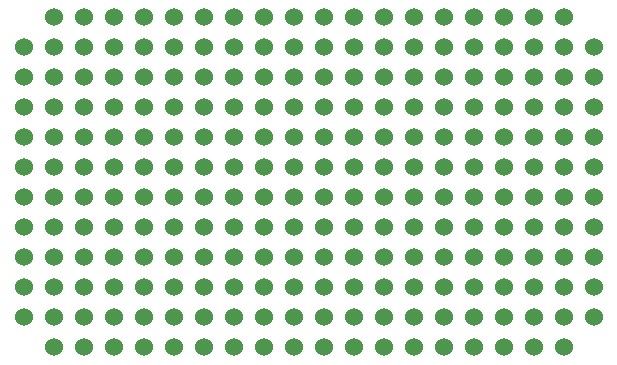
<source format=gbr>
G04 #@! TF.GenerationSoftware,KiCad,Pcbnew,(5.0.0)*
G04 #@! TF.CreationDate,2018-12-09T19:24:41+09:00*
G04 #@! TF.ProjectId,PocketBeagle,506F636B6574426561676C652E6B6963,rev?*
G04 #@! TF.SameCoordinates,Original*
G04 #@! TF.FileFunction,Copper,L4,Bot,Signal*
G04 #@! TF.FilePolarity,Positive*
%FSLAX46Y46*%
G04 Gerber Fmt 4.6, Leading zero omitted, Abs format (unit mm)*
G04 Created by KiCad (PCBNEW (5.0.0)) date 12/09/18 19:24:41*
%MOMM*%
%LPD*%
G01*
G04 APERTURE LIST*
G04 #@! TA.AperFunction,ComponentPad*
%ADD10C,1.524000*%
G04 #@! TD*
G04 APERTURE END LIST*
D10*
G04 #@! TO.P,J1,36*
G04 #@! TO.N,Net-(J1-Pad36)*
X170180000Y-116840000D03*
G04 #@! TO.P,J1,35*
G04 #@! TO.N,Net-(J1-Pad35)*
X170180000Y-119380000D03*
G04 #@! TO.P,J1,34*
G04 #@! TO.N,Net-(J1-Pad34)*
X167640000Y-116840000D03*
G04 #@! TO.P,J1,33*
G04 #@! TO.N,Net-(J1-Pad33)*
X167640000Y-119380000D03*
G04 #@! TO.P,J1,32*
G04 #@! TO.N,Net-(J1-Pad32)*
X165100000Y-116840000D03*
G04 #@! TO.P,J1,31*
G04 #@! TO.N,Net-(J1-Pad31)*
X165100000Y-119380000D03*
G04 #@! TO.P,J1,30*
G04 #@! TO.N,Net-(J1-Pad30)*
X162560000Y-116840000D03*
G04 #@! TO.P,J1,29*
G04 #@! TO.N,Net-(J1-Pad29)*
X162560000Y-119380000D03*
G04 #@! TO.P,J1,28*
G04 #@! TO.N,Net-(J1-Pad28)*
X160020000Y-116840000D03*
G04 #@! TO.P,J1,27*
G04 #@! TO.N,Net-(J1-Pad27)*
X160020000Y-119380000D03*
G04 #@! TO.P,J1,26*
G04 #@! TO.N,Net-(J1-Pad26)*
X157480000Y-116840000D03*
G04 #@! TO.P,J1,25*
G04 #@! TO.N,Net-(J1-Pad25)*
X157480000Y-119380000D03*
G04 #@! TO.P,J1,24*
G04 #@! TO.N,Net-(J1-Pad24)*
X154940000Y-116840000D03*
G04 #@! TO.P,J1,23*
G04 #@! TO.N,Net-(J1-Pad23)*
X154940000Y-119380000D03*
G04 #@! TO.P,J1,22*
G04 #@! TO.N,Net-(J1-Pad22)*
X152400000Y-116840000D03*
G04 #@! TO.P,J1,21*
G04 #@! TO.N,Net-(J1-Pad21)*
X152400000Y-119380000D03*
G04 #@! TO.P,J1,20*
G04 #@! TO.N,Net-(J1-Pad20)*
X149860000Y-116840000D03*
G04 #@! TO.P,J1,19*
G04 #@! TO.N,Net-(J1-Pad19)*
X149860000Y-119380000D03*
G04 #@! TO.P,J1,18*
G04 #@! TO.N,Net-(J1-Pad18)*
X147320000Y-116840000D03*
G04 #@! TO.P,J1,17*
G04 #@! TO.N,Net-(J1-Pad17)*
X147320000Y-119380000D03*
G04 #@! TO.P,J1,16*
G04 #@! TO.N,Net-(J1-Pad16)*
X144780000Y-116840000D03*
G04 #@! TO.P,J1,15*
G04 #@! TO.N,Net-(J1-Pad15)*
X144780000Y-119380000D03*
G04 #@! TO.P,J1,14*
G04 #@! TO.N,Net-(J1-Pad14)*
X142240000Y-116840000D03*
G04 #@! TO.P,J1,13*
G04 #@! TO.N,Net-(J1-Pad13)*
X142240000Y-119380000D03*
G04 #@! TO.P,J1,12*
G04 #@! TO.N,Net-(J1-Pad12)*
X139700000Y-116840000D03*
G04 #@! TO.P,J1,11*
G04 #@! TO.N,Net-(J1-Pad11)*
X139700000Y-119380000D03*
G04 #@! TO.P,J1,10*
G04 #@! TO.N,Net-(J1-Pad10)*
X137160000Y-116840000D03*
G04 #@! TO.P,J1,9*
G04 #@! TO.N,Net-(J1-Pad9)*
X137160000Y-119380000D03*
G04 #@! TO.P,J1,8*
G04 #@! TO.N,Net-(J1-Pad8)*
X134620000Y-116840000D03*
G04 #@! TO.P,J1,7*
G04 #@! TO.N,Net-(J1-Pad7)*
X134620000Y-119380000D03*
G04 #@! TO.P,J1,6*
G04 #@! TO.N,Net-(J1-Pad6)*
X132080000Y-116840000D03*
G04 #@! TO.P,J1,5*
G04 #@! TO.N,Net-(J1-Pad5)*
X132080000Y-119380000D03*
G04 #@! TO.P,J1,4*
G04 #@! TO.N,Net-(J1-Pad4)*
X129540000Y-116840000D03*
G04 #@! TO.P,J1,3*
G04 #@! TO.N,Net-(J1-Pad3)*
X129540000Y-119380000D03*
G04 #@! TO.P,J1,2*
G04 #@! TO.N,Net-(J1-Pad2)*
X127000000Y-116840000D03*
G04 #@! TO.P,J1,1*
G04 #@! TO.N,Net-(J1-Pad1)*
X127000000Y-119380000D03*
G04 #@! TD*
G04 #@! TO.P,J2,1*
G04 #@! TO.N,Net-(J1-Pad1)*
X127000000Y-114300000D03*
G04 #@! TO.P,J2,2*
G04 #@! TO.N,Net-(J1-Pad2)*
X127000000Y-111760000D03*
G04 #@! TO.P,J2,3*
G04 #@! TO.N,Net-(J1-Pad3)*
X129540000Y-114300000D03*
G04 #@! TO.P,J2,4*
G04 #@! TO.N,Net-(J1-Pad4)*
X129540000Y-111760000D03*
G04 #@! TO.P,J2,5*
G04 #@! TO.N,Net-(J1-Pad5)*
X132080000Y-114300000D03*
G04 #@! TO.P,J2,6*
G04 #@! TO.N,Net-(J1-Pad6)*
X132080000Y-111760000D03*
G04 #@! TO.P,J2,7*
G04 #@! TO.N,Net-(J1-Pad7)*
X134620000Y-114300000D03*
G04 #@! TO.P,J2,8*
G04 #@! TO.N,Net-(J1-Pad8)*
X134620000Y-111760000D03*
G04 #@! TO.P,J2,9*
G04 #@! TO.N,Net-(J1-Pad9)*
X137160000Y-114300000D03*
G04 #@! TO.P,J2,10*
G04 #@! TO.N,Net-(J1-Pad10)*
X137160000Y-111760000D03*
G04 #@! TO.P,J2,11*
G04 #@! TO.N,Net-(J1-Pad11)*
X139700000Y-114300000D03*
G04 #@! TO.P,J2,12*
G04 #@! TO.N,Net-(J1-Pad12)*
X139700000Y-111760000D03*
G04 #@! TO.P,J2,13*
G04 #@! TO.N,Net-(J1-Pad13)*
X142240000Y-114300000D03*
G04 #@! TO.P,J2,14*
G04 #@! TO.N,Net-(J1-Pad14)*
X142240000Y-111760000D03*
G04 #@! TO.P,J2,15*
G04 #@! TO.N,Net-(J1-Pad15)*
X144780000Y-114300000D03*
G04 #@! TO.P,J2,16*
G04 #@! TO.N,Net-(J1-Pad16)*
X144780000Y-111760000D03*
G04 #@! TO.P,J2,17*
G04 #@! TO.N,Net-(J1-Pad17)*
X147320000Y-114300000D03*
G04 #@! TO.P,J2,18*
G04 #@! TO.N,Net-(J1-Pad18)*
X147320000Y-111760000D03*
G04 #@! TO.P,J2,19*
G04 #@! TO.N,Net-(J1-Pad19)*
X149860000Y-114300000D03*
G04 #@! TO.P,J2,20*
G04 #@! TO.N,Net-(J1-Pad20)*
X149860000Y-111760000D03*
G04 #@! TO.P,J2,21*
G04 #@! TO.N,Net-(J1-Pad21)*
X152400000Y-114300000D03*
G04 #@! TO.P,J2,22*
G04 #@! TO.N,Net-(J1-Pad22)*
X152400000Y-111760000D03*
G04 #@! TO.P,J2,23*
G04 #@! TO.N,Net-(J1-Pad23)*
X154940000Y-114300000D03*
G04 #@! TO.P,J2,24*
G04 #@! TO.N,Net-(J1-Pad24)*
X154940000Y-111760000D03*
G04 #@! TO.P,J2,25*
G04 #@! TO.N,Net-(J1-Pad25)*
X157480000Y-114300000D03*
G04 #@! TO.P,J2,26*
G04 #@! TO.N,Net-(J1-Pad26)*
X157480000Y-111760000D03*
G04 #@! TO.P,J2,27*
G04 #@! TO.N,Net-(J1-Pad27)*
X160020000Y-114300000D03*
G04 #@! TO.P,J2,28*
G04 #@! TO.N,Net-(J1-Pad28)*
X160020000Y-111760000D03*
G04 #@! TO.P,J2,29*
G04 #@! TO.N,Net-(J1-Pad29)*
X162560000Y-114300000D03*
G04 #@! TO.P,J2,30*
G04 #@! TO.N,Net-(J1-Pad30)*
X162560000Y-111760000D03*
G04 #@! TO.P,J2,31*
G04 #@! TO.N,Net-(J1-Pad31)*
X165100000Y-114300000D03*
G04 #@! TO.P,J2,32*
G04 #@! TO.N,Net-(J1-Pad32)*
X165100000Y-111760000D03*
G04 #@! TO.P,J2,33*
G04 #@! TO.N,Net-(J1-Pad33)*
X167640000Y-114300000D03*
G04 #@! TO.P,J2,34*
G04 #@! TO.N,Net-(J1-Pad34)*
X167640000Y-111760000D03*
G04 #@! TO.P,J2,35*
G04 #@! TO.N,Net-(J1-Pad35)*
X170180000Y-114300000D03*
G04 #@! TO.P,J2,36*
G04 #@! TO.N,Net-(J1-Pad36)*
X170180000Y-111760000D03*
G04 #@! TD*
G04 #@! TO.P,J3,1*
G04 #@! TO.N,Net-(J3-Pad1)*
X127000000Y-93980000D03*
G04 #@! TO.P,J3,2*
G04 #@! TO.N,Net-(J3-Pad2)*
X127000000Y-91440000D03*
G04 #@! TO.P,J3,3*
G04 #@! TO.N,Net-(J3-Pad3)*
X129540000Y-93980000D03*
G04 #@! TO.P,J3,4*
G04 #@! TO.N,Net-(J3-Pad4)*
X129540000Y-91440000D03*
G04 #@! TO.P,J3,5*
G04 #@! TO.N,Net-(J3-Pad5)*
X132080000Y-93980000D03*
G04 #@! TO.P,J3,6*
G04 #@! TO.N,Net-(J3-Pad6)*
X132080000Y-91440000D03*
G04 #@! TO.P,J3,7*
G04 #@! TO.N,Net-(J3-Pad7)*
X134620000Y-93980000D03*
G04 #@! TO.P,J3,8*
G04 #@! TO.N,Net-(J3-Pad8)*
X134620000Y-91440000D03*
G04 #@! TO.P,J3,9*
G04 #@! TO.N,Net-(J3-Pad9)*
X137160000Y-93980000D03*
G04 #@! TO.P,J3,10*
G04 #@! TO.N,Net-(J3-Pad10)*
X137160000Y-91440000D03*
G04 #@! TO.P,J3,11*
G04 #@! TO.N,Net-(J3-Pad11)*
X139700000Y-93980000D03*
G04 #@! TO.P,J3,12*
G04 #@! TO.N,Net-(J3-Pad12)*
X139700000Y-91440000D03*
G04 #@! TO.P,J3,13*
G04 #@! TO.N,Net-(J3-Pad13)*
X142240000Y-93980000D03*
G04 #@! TO.P,J3,14*
G04 #@! TO.N,Net-(J3-Pad14)*
X142240000Y-91440000D03*
G04 #@! TO.P,J3,15*
G04 #@! TO.N,Net-(J3-Pad15)*
X144780000Y-93980000D03*
G04 #@! TO.P,J3,16*
G04 #@! TO.N,Net-(J3-Pad16)*
X144780000Y-91440000D03*
G04 #@! TO.P,J3,17*
G04 #@! TO.N,Net-(J3-Pad17)*
X147320000Y-93980000D03*
G04 #@! TO.P,J3,18*
G04 #@! TO.N,Net-(J3-Pad18)*
X147320000Y-91440000D03*
G04 #@! TO.P,J3,19*
G04 #@! TO.N,Net-(J3-Pad19)*
X149860000Y-93980000D03*
G04 #@! TO.P,J3,20*
G04 #@! TO.N,Net-(J3-Pad20)*
X149860000Y-91440000D03*
G04 #@! TO.P,J3,21*
G04 #@! TO.N,Net-(J3-Pad21)*
X152400000Y-93980000D03*
G04 #@! TO.P,J3,22*
G04 #@! TO.N,Net-(J3-Pad22)*
X152400000Y-91440000D03*
G04 #@! TO.P,J3,23*
G04 #@! TO.N,Net-(J3-Pad23)*
X154940000Y-93980000D03*
G04 #@! TO.P,J3,24*
G04 #@! TO.N,Net-(J3-Pad24)*
X154940000Y-91440000D03*
G04 #@! TO.P,J3,25*
G04 #@! TO.N,Net-(J3-Pad25)*
X157480000Y-93980000D03*
G04 #@! TO.P,J3,26*
G04 #@! TO.N,Net-(J3-Pad26)*
X157480000Y-91440000D03*
G04 #@! TO.P,J3,27*
G04 #@! TO.N,Net-(J3-Pad27)*
X160020000Y-93980000D03*
G04 #@! TO.P,J3,28*
G04 #@! TO.N,Net-(J3-Pad28)*
X160020000Y-91440000D03*
G04 #@! TO.P,J3,29*
G04 #@! TO.N,Net-(J3-Pad29)*
X162560000Y-93980000D03*
G04 #@! TO.P,J3,30*
G04 #@! TO.N,Net-(J3-Pad30)*
X162560000Y-91440000D03*
G04 #@! TO.P,J3,31*
G04 #@! TO.N,Net-(J3-Pad31)*
X165100000Y-93980000D03*
G04 #@! TO.P,J3,32*
G04 #@! TO.N,Net-(J3-Pad32)*
X165100000Y-91440000D03*
G04 #@! TO.P,J3,33*
G04 #@! TO.N,Net-(J3-Pad33)*
X167640000Y-93980000D03*
G04 #@! TO.P,J3,34*
G04 #@! TO.N,Net-(J3-Pad34)*
X167640000Y-91440000D03*
G04 #@! TO.P,J3,35*
G04 #@! TO.N,Net-(J3-Pad35)*
X170180000Y-93980000D03*
G04 #@! TO.P,J3,36*
G04 #@! TO.N,Net-(J3-Pad36)*
X170180000Y-91440000D03*
G04 #@! TD*
G04 #@! TO.P,J4,36*
G04 #@! TO.N,Net-(J3-Pad36)*
X170180000Y-96520000D03*
G04 #@! TO.P,J4,35*
G04 #@! TO.N,Net-(J3-Pad35)*
X170180000Y-99060000D03*
G04 #@! TO.P,J4,34*
G04 #@! TO.N,Net-(J3-Pad34)*
X167640000Y-96520000D03*
G04 #@! TO.P,J4,33*
G04 #@! TO.N,Net-(J3-Pad33)*
X167640000Y-99060000D03*
G04 #@! TO.P,J4,32*
G04 #@! TO.N,Net-(J3-Pad32)*
X165100000Y-96520000D03*
G04 #@! TO.P,J4,31*
G04 #@! TO.N,Net-(J3-Pad31)*
X165100000Y-99060000D03*
G04 #@! TO.P,J4,30*
G04 #@! TO.N,Net-(J3-Pad30)*
X162560000Y-96520000D03*
G04 #@! TO.P,J4,29*
G04 #@! TO.N,Net-(J3-Pad29)*
X162560000Y-99060000D03*
G04 #@! TO.P,J4,28*
G04 #@! TO.N,Net-(J3-Pad28)*
X160020000Y-96520000D03*
G04 #@! TO.P,J4,27*
G04 #@! TO.N,Net-(J3-Pad27)*
X160020000Y-99060000D03*
G04 #@! TO.P,J4,26*
G04 #@! TO.N,Net-(J3-Pad26)*
X157480000Y-96520000D03*
G04 #@! TO.P,J4,25*
G04 #@! TO.N,Net-(J3-Pad25)*
X157480000Y-99060000D03*
G04 #@! TO.P,J4,24*
G04 #@! TO.N,Net-(J3-Pad24)*
X154940000Y-96520000D03*
G04 #@! TO.P,J4,23*
G04 #@! TO.N,Net-(J3-Pad23)*
X154940000Y-99060000D03*
G04 #@! TO.P,J4,22*
G04 #@! TO.N,Net-(J3-Pad22)*
X152400000Y-96520000D03*
G04 #@! TO.P,J4,21*
G04 #@! TO.N,Net-(J3-Pad21)*
X152400000Y-99060000D03*
G04 #@! TO.P,J4,20*
G04 #@! TO.N,Net-(J3-Pad20)*
X149860000Y-96520000D03*
G04 #@! TO.P,J4,19*
G04 #@! TO.N,Net-(J3-Pad19)*
X149860000Y-99060000D03*
G04 #@! TO.P,J4,18*
G04 #@! TO.N,Net-(J3-Pad18)*
X147320000Y-96520000D03*
G04 #@! TO.P,J4,17*
G04 #@! TO.N,Net-(J3-Pad17)*
X147320000Y-99060000D03*
G04 #@! TO.P,J4,16*
G04 #@! TO.N,Net-(J3-Pad16)*
X144780000Y-96520000D03*
G04 #@! TO.P,J4,15*
G04 #@! TO.N,Net-(J3-Pad15)*
X144780000Y-99060000D03*
G04 #@! TO.P,J4,14*
G04 #@! TO.N,Net-(J3-Pad14)*
X142240000Y-96520000D03*
G04 #@! TO.P,J4,13*
G04 #@! TO.N,Net-(J3-Pad13)*
X142240000Y-99060000D03*
G04 #@! TO.P,J4,12*
G04 #@! TO.N,Net-(J3-Pad12)*
X139700000Y-96520000D03*
G04 #@! TO.P,J4,11*
G04 #@! TO.N,Net-(J3-Pad11)*
X139700000Y-99060000D03*
G04 #@! TO.P,J4,10*
G04 #@! TO.N,Net-(J3-Pad10)*
X137160000Y-96520000D03*
G04 #@! TO.P,J4,9*
G04 #@! TO.N,Net-(J3-Pad9)*
X137160000Y-99060000D03*
G04 #@! TO.P,J4,8*
G04 #@! TO.N,Net-(J3-Pad8)*
X134620000Y-96520000D03*
G04 #@! TO.P,J4,7*
G04 #@! TO.N,Net-(J3-Pad7)*
X134620000Y-99060000D03*
G04 #@! TO.P,J4,6*
G04 #@! TO.N,Net-(J3-Pad6)*
X132080000Y-96520000D03*
G04 #@! TO.P,J4,5*
G04 #@! TO.N,Net-(J3-Pad5)*
X132080000Y-99060000D03*
G04 #@! TO.P,J4,4*
G04 #@! TO.N,Net-(J3-Pad4)*
X129540000Y-96520000D03*
G04 #@! TO.P,J4,3*
G04 #@! TO.N,Net-(J3-Pad3)*
X129540000Y-99060000D03*
G04 #@! TO.P,J4,2*
G04 #@! TO.N,Net-(J3-Pad2)*
X127000000Y-96520000D03*
G04 #@! TO.P,J4,1*
G04 #@! TO.N,Net-(J3-Pad1)*
X127000000Y-99060000D03*
G04 #@! TD*
G04 #@! TO.P,J5,4*
G04 #@! TO.N,Net-(J5-Pad4)*
X139700000Y-109220000D03*
G04 #@! TO.P,J5,3*
G04 #@! TO.N,Net-(J5-Pad3)*
X139700000Y-106680000D03*
G04 #@! TO.P,J5,2*
G04 #@! TO.N,Net-(J5-Pad2)*
X139700000Y-104140000D03*
G04 #@! TO.P,J5,1*
G04 #@! TO.N,Net-(J5-Pad1)*
X139700000Y-101600000D03*
G04 #@! TD*
G04 #@! TO.P,J6,4*
G04 #@! TO.N,Net-(J6-Pad4)*
X142240000Y-109220000D03*
G04 #@! TO.P,J6,3*
G04 #@! TO.N,Net-(J6-Pad3)*
X142240000Y-106680000D03*
G04 #@! TO.P,J6,2*
G04 #@! TO.N,Net-(J6-Pad2)*
X142240000Y-104140000D03*
G04 #@! TO.P,J6,1*
G04 #@! TO.N,Net-(J6-Pad1)*
X142240000Y-101600000D03*
G04 #@! TD*
G04 #@! TO.P,J7,1*
G04 #@! TO.N,Net-(J7-Pad1)*
X144780000Y-101600000D03*
G04 #@! TO.P,J7,2*
G04 #@! TO.N,Net-(J7-Pad2)*
X144780000Y-104140000D03*
G04 #@! TO.P,J7,3*
G04 #@! TO.N,Net-(J7-Pad3)*
X144780000Y-106680000D03*
G04 #@! TO.P,J7,4*
G04 #@! TO.N,Net-(J7-Pad4)*
X144780000Y-109220000D03*
G04 #@! TD*
G04 #@! TO.P,J8,1*
G04 #@! TO.N,Net-(J8-Pad1)*
X147320000Y-101600000D03*
G04 #@! TO.P,J8,2*
G04 #@! TO.N,Net-(J8-Pad2)*
X147320000Y-104140000D03*
G04 #@! TO.P,J8,3*
G04 #@! TO.N,Net-(J8-Pad3)*
X147320000Y-106680000D03*
G04 #@! TO.P,J8,4*
G04 #@! TO.N,Net-(J8-Pad4)*
X147320000Y-109220000D03*
G04 #@! TD*
G04 #@! TO.P,J9,4*
G04 #@! TO.N,Net-(J9-Pad4)*
X149860000Y-109220000D03*
G04 #@! TO.P,J9,3*
G04 #@! TO.N,Net-(J9-Pad3)*
X149860000Y-106680000D03*
G04 #@! TO.P,J9,2*
G04 #@! TO.N,Net-(J9-Pad2)*
X149860000Y-104140000D03*
G04 #@! TO.P,J9,1*
G04 #@! TO.N,Net-(J9-Pad1)*
X149860000Y-101600000D03*
G04 #@! TD*
G04 #@! TO.P,J10,1*
G04 #@! TO.N,Net-(J10-Pad1)*
X152400000Y-101600000D03*
G04 #@! TO.P,J10,2*
G04 #@! TO.N,Net-(J10-Pad2)*
X152400000Y-104140000D03*
G04 #@! TO.P,J10,3*
G04 #@! TO.N,Net-(J10-Pad3)*
X152400000Y-106680000D03*
G04 #@! TO.P,J10,4*
G04 #@! TO.N,Net-(J10-Pad4)*
X152400000Y-109220000D03*
G04 #@! TD*
G04 #@! TO.P,J11,4*
G04 #@! TO.N,Net-(J11-Pad4)*
X127000000Y-109220000D03*
G04 #@! TO.P,J11,3*
G04 #@! TO.N,Net-(J11-Pad3)*
X127000000Y-106680000D03*
G04 #@! TO.P,J11,2*
G04 #@! TO.N,Net-(J11-Pad2)*
X127000000Y-104140000D03*
G04 #@! TO.P,J11,1*
G04 #@! TO.N,Net-(J11-Pad1)*
X127000000Y-101600000D03*
G04 #@! TD*
G04 #@! TO.P,J12,1*
G04 #@! TO.N,Net-(J12-Pad1)*
X157480000Y-101600000D03*
G04 #@! TO.P,J12,2*
G04 #@! TO.N,Net-(J12-Pad2)*
X157480000Y-104140000D03*
G04 #@! TO.P,J12,3*
G04 #@! TO.N,Net-(J12-Pad3)*
X157480000Y-106680000D03*
G04 #@! TO.P,J12,4*
G04 #@! TO.N,Net-(J12-Pad4)*
X157480000Y-109220000D03*
G04 #@! TD*
G04 #@! TO.P,J13,4*
G04 #@! TO.N,Net-(J13-Pad4)*
X160020000Y-109220000D03*
G04 #@! TO.P,J13,3*
G04 #@! TO.N,Net-(J13-Pad3)*
X160020000Y-106680000D03*
G04 #@! TO.P,J13,2*
G04 #@! TO.N,Net-(J13-Pad2)*
X160020000Y-104140000D03*
G04 #@! TO.P,J13,1*
G04 #@! TO.N,Net-(J13-Pad1)*
X160020000Y-101600000D03*
G04 #@! TD*
G04 #@! TO.P,J14,1*
G04 #@! TO.N,Net-(J14-Pad1)*
X162560000Y-101600000D03*
G04 #@! TO.P,J14,2*
G04 #@! TO.N,Net-(J14-Pad2)*
X162560000Y-104140000D03*
G04 #@! TO.P,J14,3*
G04 #@! TO.N,Net-(J14-Pad3)*
X162560000Y-106680000D03*
G04 #@! TO.P,J14,4*
G04 #@! TO.N,Net-(J14-Pad4)*
X162560000Y-109220000D03*
G04 #@! TD*
G04 #@! TO.P,J15,4*
G04 #@! TO.N,Net-(J15-Pad4)*
X165100000Y-109220000D03*
G04 #@! TO.P,J15,3*
G04 #@! TO.N,Net-(J15-Pad3)*
X165100000Y-106680000D03*
G04 #@! TO.P,J15,2*
G04 #@! TO.N,Net-(J15-Pad2)*
X165100000Y-104140000D03*
G04 #@! TO.P,J15,1*
G04 #@! TO.N,Net-(J15-Pad1)*
X165100000Y-101600000D03*
G04 #@! TD*
G04 #@! TO.P,J16,1*
G04 #@! TO.N,Net-(J16-Pad1)*
X167640000Y-101600000D03*
G04 #@! TO.P,J16,2*
G04 #@! TO.N,Net-(J16-Pad2)*
X167640000Y-104140000D03*
G04 #@! TO.P,J16,3*
G04 #@! TO.N,Net-(J16-Pad3)*
X167640000Y-106680000D03*
G04 #@! TO.P,J16,4*
G04 #@! TO.N,Net-(J16-Pad4)*
X167640000Y-109220000D03*
G04 #@! TD*
G04 #@! TO.P,J17,4*
G04 #@! TO.N,Net-(J17-Pad4)*
X170180000Y-109220000D03*
G04 #@! TO.P,J17,3*
G04 #@! TO.N,Net-(J17-Pad3)*
X170180000Y-106680000D03*
G04 #@! TO.P,J17,2*
G04 #@! TO.N,Net-(J17-Pad2)*
X170180000Y-104140000D03*
G04 #@! TO.P,J17,1*
G04 #@! TO.N,Net-(J17-Pad1)*
X170180000Y-101600000D03*
G04 #@! TD*
G04 #@! TO.P,J20,1*
G04 #@! TO.N,Net-(J20-Pad1)*
X129540000Y-101600000D03*
G04 #@! TO.P,J20,2*
G04 #@! TO.N,Net-(J20-Pad2)*
X129540000Y-104140000D03*
G04 #@! TO.P,J20,3*
G04 #@! TO.N,Net-(J20-Pad3)*
X129540000Y-106680000D03*
G04 #@! TO.P,J20,4*
G04 #@! TO.N,Net-(J20-Pad4)*
X129540000Y-109220000D03*
G04 #@! TD*
G04 #@! TO.P,J21,4*
G04 #@! TO.N,Net-(J21-Pad4)*
X154940000Y-109220000D03*
G04 #@! TO.P,J21,3*
G04 #@! TO.N,Net-(J21-Pad3)*
X154940000Y-106680000D03*
G04 #@! TO.P,J21,2*
G04 #@! TO.N,Net-(J21-Pad2)*
X154940000Y-104140000D03*
G04 #@! TO.P,J21,1*
G04 #@! TO.N,Net-(J21-Pad1)*
X154940000Y-101600000D03*
G04 #@! TD*
G04 #@! TO.P,J22,1*
G04 #@! TO.N,Net-(J22-Pad1)*
X137160000Y-101600000D03*
G04 #@! TO.P,J22,2*
G04 #@! TO.N,Net-(J22-Pad2)*
X137160000Y-104140000D03*
G04 #@! TO.P,J22,3*
G04 #@! TO.N,Net-(J22-Pad3)*
X137160000Y-106680000D03*
G04 #@! TO.P,J22,4*
G04 #@! TO.N,Net-(J22-Pad4)*
X137160000Y-109220000D03*
G04 #@! TD*
G04 #@! TO.P,J23,4*
G04 #@! TO.N,Net-(J23-Pad1)*
X124460000Y-109220000D03*
G04 #@! TO.P,J23,3*
X124460000Y-106680000D03*
G04 #@! TO.P,J23,2*
X124460000Y-104140000D03*
G04 #@! TO.P,J23,1*
X124460000Y-101600000D03*
G04 #@! TD*
G04 #@! TO.P,J24,1*
G04 #@! TO.N,Net-(J24-Pad1)*
X172720000Y-101600000D03*
G04 #@! TO.P,J24,2*
X172720000Y-104140000D03*
G04 #@! TO.P,J24,3*
X172720000Y-106680000D03*
G04 #@! TO.P,J24,4*
X172720000Y-109220000D03*
G04 #@! TD*
G04 #@! TO.P,J18,4*
G04 #@! TO.N,Net-(J18-Pad4)*
X132080000Y-109220000D03*
G04 #@! TO.P,J18,3*
G04 #@! TO.N,Net-(J18-Pad3)*
X132080000Y-106680000D03*
G04 #@! TO.P,J18,2*
G04 #@! TO.N,Net-(J18-Pad2)*
X132080000Y-104140000D03*
G04 #@! TO.P,J18,1*
G04 #@! TO.N,Net-(J18-Pad1)*
X132080000Y-101600000D03*
G04 #@! TD*
G04 #@! TO.P,J19,1*
G04 #@! TO.N,Net-(J19-Pad1)*
X134620000Y-101600000D03*
G04 #@! TO.P,J19,2*
G04 #@! TO.N,Net-(J19-Pad2)*
X134620000Y-104140000D03*
G04 #@! TO.P,J19,3*
G04 #@! TO.N,Net-(J19-Pad3)*
X134620000Y-106680000D03*
G04 #@! TO.P,J19,4*
G04 #@! TO.N,Net-(J19-Pad4)*
X134620000Y-109220000D03*
G04 #@! TD*
G04 #@! TO.P,J25,1*
G04 #@! TO.N,Net-(J24-Pad1)*
X172720000Y-99060000D03*
G04 #@! TO.P,J25,2*
X172720000Y-96520000D03*
G04 #@! TD*
G04 #@! TO.P,J26,2*
G04 #@! TO.N,Net-(J24-Pad1)*
X172720000Y-111760000D03*
G04 #@! TO.P,J26,1*
X172720000Y-114300000D03*
G04 #@! TD*
G04 #@! TO.P,J27,1*
G04 #@! TO.N,Net-(J23-Pad1)*
X124460000Y-99060000D03*
G04 #@! TO.P,J27,2*
X124460000Y-96520000D03*
G04 #@! TD*
G04 #@! TO.P,J28,2*
G04 #@! TO.N,Net-(J23-Pad1)*
X124460000Y-111760000D03*
G04 #@! TO.P,J28,1*
X124460000Y-114300000D03*
G04 #@! TD*
G04 #@! TO.P,J29,1*
G04 #@! TO.N,Net-(J23-Pad1)*
X124460000Y-93980000D03*
G04 #@! TD*
G04 #@! TO.P,J30,1*
G04 #@! TO.N,Net-(J23-Pad1)*
X124460000Y-116840000D03*
G04 #@! TD*
G04 #@! TO.P,J31,1*
G04 #@! TO.N,Net-(J24-Pad1)*
X172720000Y-93980000D03*
G04 #@! TD*
G04 #@! TO.P,J32,1*
G04 #@! TO.N,Net-(J24-Pad1)*
X172720000Y-116840000D03*
G04 #@! TD*
M02*

</source>
